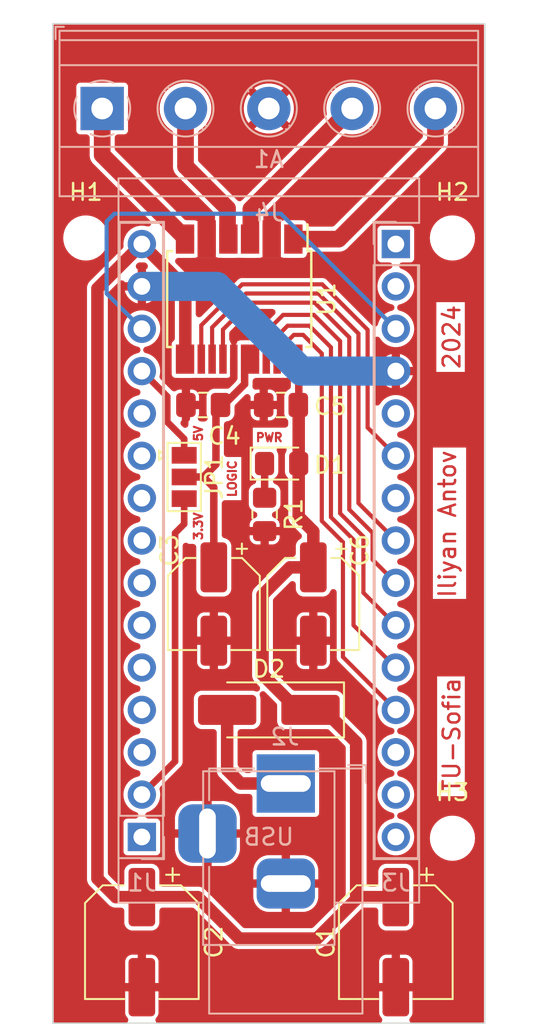
<source format=kicad_pcb>
(kicad_pcb (version 20221018) (generator pcbnew)
  (layers (0 "F.Cu" signal) (31 "B.Cu" signal) (34 "B.Paste" user) (35 "F.Paste" user) (36 "B.SilkS" user "B.Silkscreen") (37 "F.SilkS" user "F.Silkscreen") (38 "B.Mask" user) (39 "F.Mask" user) (44 "Edge.Cuts" user))
  (net 0 "")
  (net 2 "Net-(D1-K)")
  (net 3 "+12V")
  (net 4 "+5V")
  (net 5 "VCC")
  (net 6 "+3.3V")
  (net 7 "GND")
  (net 10 "Net-(A1-GND-Pad29)")
  (net 36 "/~D6")
  (net 37 "/~D5")
  (net 38 "Net-(D2-A)")
  (net 39 "/RX")
  (net 40 "/~{RESET}")
  (net 41 "/D2")
  (net 42 "/~D3")
  (net 43 "/D4")
  (net 44 "/D7")
  (net 45 "/D8")
  (net 46 "/~D9")
  (net 47 "/~D10")
  (net 48 "/D11")
  (net 49 "/D12")
  (net 50 "/D13")
  (net 51 "/AREF")
  (net 52 "/A0")
  (net 53 "/A1")
  (net 54 "/A2")
  (net 55 "/A3")
  (net 56 "/A4")
  (net 57 "/A5")
  (net 58 "/A6")
  (net 59 "/A7")
  (net 60 "/TX")
  (net 61 "/BO2")
  (net 62 "/BO1")
  (net 63 "/AO2")
  (net 64 "/AO1")
  (footprint "MountingHole:MountingHole_2.2mm_M2_ISO7380" (layer "F.Cu") (at 145 113.4)
    (fp_text reference "H3" (at 0 -2.75) (layer "F.SilkS"))
    (fp_text value "MountingHole")
    (pad "" np_thru_hole circle (at 0 0) (size 2.2 2.2) (drill 2.2) (layers "*.Cu" "*.Mask"))
  )
  (footprint "Capacitor_SMD:CP_Elec_6.3x5.8" (layer "F.Cu") (at 126.36276 119.634 -90)
    (fp_text reference "C2" (at 0 -4.32024 90) (layer "F.SilkS"))
    (fp_text value "47u")
    (fp_line (start -4.4375 -1.8475) (end -3.65 -1.8475) (stroke (width 0.12)) (layer "F.SilkS"))
    (fp_line (start -4.04375 -2.24125) (end -4.04375 -1.45375) (stroke (width 0.12)) (layer "F.SilkS"))
    (fp_line (start -3.41 -2.345563) (end -3.41 -1.06) (stroke (width 0.12)) (layer "F.SilkS"))
    (fp_line (start -3.41 -2.345563) (end -2.345563 -3.41) (stroke (width 0.12)) (layer "F.SilkS"))
    (fp_line (start -3.41 2.345563) (end -3.41 1.06) (stroke (width 0.12)) (layer "F.SilkS"))
    (fp_line (start -3.41 2.345563) (end -2.345563 3.41) (stroke (width 0.12)) (layer "F.SilkS"))
    (fp_line (start -2.345563 -3.41) (end 3.41 -3.41) (stroke (width 0.12)) (layer "F.SilkS"))
    (fp_line (start -2.345563 3.41) (end 3.41 3.41) (stroke (width 0.12)) (layer "F.SilkS"))
    (fp_line (start 3.41 -3.41) (end 3.41 -1.06) (stroke (width 0.12)) (layer "F.SilkS"))
    (fp_line (start 3.41 3.41) (end 3.41 1.06) (stroke (width 0.12)) (layer "F.SilkS"))
    (pad "1" smd roundrect (at -2.7 0 270) (size 3.5 1.6) (layers "F.Cu" "F.Paste" "F.Mask") (roundrect_rratio 0.15625) (net 3 "+12V"))
    (pad "2" smd roundrect (at 2.7 0 270) (size 3.5 1.6) (layers "F.Cu" "F.Paste" "F.Mask") (roundrect_rratio 0.15625) (net 7 "GND"))
  )
  (footprint "Resistor_SMD:R_0805_2012Metric_Pad1.20x1.40mm_HandSolder" (layer "F.Cu") (at 133.731 93.98 -90)
    (fp_text reference "R1" (at 0 -1.75 90) (layer "F.SilkS"))
    (fp_text value "4.7k")
    (fp_line (start -0.227064 -0.735) (end 0.227064 -0.735) (stroke (width 0.12)) (layer "F.SilkS"))
    (fp_line (start -0.227064 0.735) (end 0.227064 0.735) (stroke (width 0.12)) (layer "F.SilkS"))
    (pad "1" smd roundrect (at -1 0 270) (size 1.2 1.4) (layers "F.Cu" "F.Paste" "F.Mask") (roundrect_rratio 0.208333) (net 2 "Net-(D1-K)"))
    (pad "2" smd roundrect (at 1 0 270) (size 1.2 1.4) (layers "F.Cu" "F.Paste" "F.Mask") (roundrect_rratio 0.208333) (net 7 "GND"))
  )
  (footprint "Diode_SMD:D_SMA_Handsoldering" (layer "F.Cu") (at 133.98276 105.704 180)
    (fp_text reference "D2" (at -0.00224 2.453) (layer "F.SilkS"))
    (fp_text value "B340A-13-F")
    (fp_line (start -4.51 -1.65) (end -4.51 1.65) (stroke (width 0.12)) (layer "F.SilkS"))
    (fp_line (start -4.51 -1.65) (end 2.5 -1.65) (stroke (width 0.12)) (layer "F.SilkS"))
    (fp_line (start -4.51 1.65) (end 2.5 1.65) (stroke (width 0.12)) (layer "F.SilkS"))
    (pad "1" smd roundrect (at -2.5 0 180) (size 3.5 1.8) (layers "F.Cu" "F.Paste" "F.Mask") (roundrect_rratio 0.1388888889) (net 3 "+12V"))
    (pad "2" smd roundrect (at 2.5 0 180) (size 3.5 1.8) (layers "F.Cu" "F.Paste" "F.Mask") (roundrect_rratio 0.1388888889) (net 38 "Net-(D2-A)"))
  )
  (footprint "Capacitor_SMD:CP_Elec_6.3x5.8" (layer "F.Cu") (at 141.60276 119.634 -90)
    (fp_text reference "C1" (at 0 4.18876 90) (layer "F.SilkS"))
    (fp_text value "47u")
    (fp_line (start -4.4375 -1.8475) (end -3.65 -1.8475) (stroke (width 0.12)) (layer "F.SilkS"))
    (fp_line (start -4.04375 -2.24125) (end -4.04375 -1.45375) (stroke (width 0.12)) (layer "F.SilkS"))
    (fp_line (start -3.41 -2.345563) (end -3.41 -1.06) (stroke (width 0.12)) (layer "F.SilkS"))
    (fp_line (start -3.41 -2.345563) (end -2.345563 -3.41) (stroke (width 0.12)) (layer "F.SilkS"))
    (fp_line (start -3.41 2.345563) (end -3.41 1.06) (stroke (width 0.12)) (layer "F.SilkS"))
    (fp_line (start -3.41 2.345563) (end -2.345563 3.41) (stroke (width 0.12)) (layer "F.SilkS"))
    (fp_line (start -2.345563 -3.41) (end 3.41 -3.41) (stroke (width 0.12)) (layer "F.SilkS"))
    (fp_line (start -2.345563 3.41) (end 3.41 3.41) (stroke (width 0.12)) (layer "F.SilkS"))
    (fp_line (start 3.41 -3.41) (end 3.41 -1.06) (stroke (width 0.12)) (layer "F.SilkS"))
    (fp_line (start 3.41 3.41) (end 3.41 1.06) (stroke (width 0.12)) (layer "F.SilkS"))
    (pad "1" smd roundrect (at -2.7 0 270) (size 3.5 1.6) (layers "F.Cu" "F.Paste" "F.Mask") (roundrect_rratio 0.15625) (net 3 "+12V"))
    (pad "2" smd roundrect (at 2.7 0 270) (size 3.5 1.6) (layers "F.Cu" "F.Paste" "F.Mask") (roundrect_rratio 0.15625) (net 7 "GND"))
  )
  (footprint "Package_SO:SSOP-24_5.3x8.2mm_P0.65mm" (layer "F.Cu") (at 132.20476 81.066 -90)
    (fp_text reference "U1" (at 0 -5.25 90) (layer "F.SilkS"))
    (fp_text value "TB6612FNG")
    (fp_line (start -2.875 -4.325) (end -2.875 -4.1) (stroke (width 0.15)) (layer "F.SilkS"))
    (fp_line (start -2.875 -4.325) (end 2.875 -4.325) (stroke (width 0.15)) (layer "F.SilkS"))
    (fp_line (start -2.875 -4.1) (end -4.475 -4.1) (stroke (width 0.15)) (layer "F.SilkS"))
    (fp_line (start -2.875 4.325) (end -2.875 4.025) (stroke (width 0.15)) (layer "F.SilkS"))
    (fp_line (start -2.875 4.325) (end 2.875 4.325) (stroke (width 0.15)) (layer "F.SilkS"))
    (fp_line (start 2.875 -4.325) (end 2.875 -4.025) (stroke (width 0.15)) (layer "F.SilkS"))
    (fp_line (start 2.875 4.325) (end 2.875 4.025) (stroke (width 0.15)) (layer "F.SilkS"))
    (pad "1" smd rect (at -3.6 -3.575 270) (size 1.75 0.45) (layers "F.Cu" "F.Paste" "F.Mask") (net 64 "/AO1"))
    (pad "2" smd rect (at -3.6 -2.925 270) (size 1.75 0.45) (layers "F.Cu" "F.Paste" "F.Mask") (net 64 "/AO1"))
    (pad "3" smd rect (at -3.6 -2.275 270) (size 1.75 0.45) (layers "F.Cu" "F.Paste" "F.Mask") (net 7 "GND"))
    (pad "4" smd rect (at -3.6 -1.625 270) (size 1.75 0.45) (layers "F.Cu" "F.Paste" "F.Mask") (net 7 "GND"))
    (pad "5" smd rect (at -3.6 -0.975 270) (size 1.75 0.45) (layers "F.Cu" "F.Paste" "F.Mask") (net 63 "/AO2"))
    (pad "6" smd rect (at -3.6 -0.325 270) (size 1.75 0.45) (layers "F.Cu" "F.Paste" "F.Mask") (net 63 "/AO2"))
    (pad "7" smd rect (at -3.6 0.325 270) (size 1.75 0.45) (layers "F.Cu" "F.Paste" "F.Mask") (net 61 "/BO2"))
    (pad "8" smd rect (at -3.6 0.975 270) (size 1.75 0.45) (layers "F.Cu" "F.Paste" "F.Mask") (net 61 "/BO2"))
    (pad "9" smd rect (at -3.6 1.625 270) (size 1.75 0.45) (layers "F.Cu" "F.Paste" "F.Mask") (net 7 "GND"))
    (pad "10" smd rect (at -3.6 2.275 270) (size 1.75 0.45) (layers "F.Cu" "F.Paste" "F.Mask") (net 7 "GND"))
    (pad "11" smd rect (at -3.6 2.925 270) (size 1.75 0.45) (layers "F.Cu" "F.Paste" "F.Mask") (net 62 "/BO1"))
    (pad "12" smd rect (at -3.6 3.575 270) (size 1.75 0.45) (layers "F.Cu" "F.Paste" "F.Mask") (net 62 "/BO1"))
    (pad "13" smd rect (at 3.6 3.575 270) (size 1.75 0.45) (layers "F.Cu" "F.Paste" "F.Mask") (net 3 "+12V"))
    (pad "14" smd rect (at 3.6 2.925 270) (size 1.75 0.45) (layers "F.Cu" "F.Paste" "F.Mask") (net 3 "+12V"))
    (pad "15" smd rect (at 3.6 2.275 270) (size 1.75 0.45) (layers "F.Cu" "F.Paste" "F.Mask") (net 42 "/~D3"))
    (pad "16" smd rect (at 3.6 1.625 270) (size 1.75 0.45) (layers "F.Cu" "F.Paste" "F.Mask") (net 37 "/~D5"))
    (pad "17" smd rect (at 3.6 0.975 270) (size 1.75 0.45) (layers "F.Cu" "F.Paste" "F.Mask") (net 36 "/~D6"))
    (pad "18" smd rect (at 3.6 0.325 270) (size 1.75 0.45) (layers "F.Cu" "F.Paste" "F.Mask") (net 7 "GND"))
    (pad "19" smd rect (at 3.6 -0.325 270) (size 1.75 0.45) (layers "F.Cu" "F.Paste" "F.Mask") (net 5 "VCC"))
    (pad "20" smd rect (at 3.6 -0.975 270) (size 1.75 0.45) (layers "F.Cu" "F.Paste" "F.Mask") (net 5 "VCC"))
    (pad "21" smd rect (at 3.6 -1.625 270) (size 1.75 0.45) (layers "F.Cu" "F.Paste" "F.Mask") (net 44 "/D7"))
    (pad "22" smd rect (at 3.6 -2.275 270) (size 1.75 0.45) (layers "F.Cu" "F.Paste" "F.Mask") (net 45 "/D8"))
    (pad "23" smd rect (at 3.6 -2.925 270) (size 1.75 0.45) (layers "F.Cu" "F.Paste" "F.Mask") (net 46 "/~D9"))
    (pad "24" smd rect (at 3.6 -3.575 270) (size 1.75 0.45) (layers "F.Cu" "F.Paste" "F.Mask") (net 3 "+12V"))
  )
  (footprint "Capacitor_SMD:CP_Elec_5x5.4" (layer "F.Cu") (at 136.652 99.354 -90)
    (fp_text reference "C6" (at -3.215 -2.794 90) (layer "F.SilkS"))
    (fp_text value "10u")
    (fp_line (start -3.625 -1.685) (end -3 -1.685) (stroke (width 0.12)) (layer "F.SilkS"))
    (fp_line (start -3.3125 -1.9975) (end -3.3125 -1.3725) (stroke (width 0.12)) (layer "F.SilkS"))
    (fp_line (start -2.76 -1.695563) (end -2.76 -1.06) (stroke (width 0.12)) (layer "F.SilkS"))
    (fp_line (start -2.76 -1.695563) (end -1.695563 -2.76) (stroke (width 0.12)) (layer "F.SilkS"))
    (fp_line (start -2.76 1.695563) (end -2.76 1.06) (stroke (width 0.12)) (layer "F.SilkS"))
    (fp_line (start -2.76 1.695563) (end -1.695563 2.76) (stroke (width 0.12)) (layer "F.SilkS"))
    (fp_line (start -1.695563 -2.76) (end 2.76 -2.76) (stroke (width 0.12)) (layer "F.SilkS"))
    (fp_line (start -1.695563 2.76) (end 2.76 2.76) (stroke (width 0.12)) (layer "F.SilkS"))
    (fp_line (start 2.76 -2.76) (end 2.76 -1.06) (stroke (width 0.12)) (layer "F.SilkS"))
    (fp_line (start 2.76 2.76) (end 2.76 1.06) (stroke (width 0.12)) (layer "F.SilkS"))
    (pad "1" smd roundrect (at -2.2 0 270) (size 3 1.6) (layers "F.Cu" "F.Paste" "F.Mask") (roundrect_rratio 0.15625) (net 3 "+12V"))
    (pad "2" smd roundrect (at 2.2 0 270) (size 3 1.6) (layers "F.Cu" "F.Paste" "F.Mask") (roundrect_rratio 0.15625) (net 7 "GND"))
  )
  (footprint "MountingHole:MountingHole_2.2mm_M2_ISO7380" (layer "F.Cu") (at 123 77.4)
    (fp_text reference "H1" (at 0 -2.75) (layer "F.SilkS"))
    (fp_text value "MountingHole")
    (pad "" np_thru_hole circle (at 0 0) (size 2.2 2.2) (drill 2.2) (layers "*.Cu" "*.Mask"))
  )
  (footprint "Capacitor_SMD:CP_Elec_5x5.4" (layer "F.Cu") (at 130.68076 99.354 -90)
    (fp_text reference "C3" (at -3.215 2.66476 90) (layer "F.SilkS"))
    (fp_text value "10u")
    (fp_line (start -3.625 -1.685) (end -3 -1.685) (stroke (width 0.12)) (layer "F.SilkS"))
    (fp_line (start -3.3125 -1.9975) (end -3.3125 -1.3725) (stroke (width 0.12)) (layer "F.SilkS"))
    (fp_line (start -2.76 -1.695563) (end -2.76 -1.06) (stroke (width 0.12)) (layer "F.SilkS"))
    (fp_line (start -2.76 -1.695563) (end -1.695563 -2.76) (stroke (width 0.12)) (layer "F.SilkS"))
    (fp_line (start -2.76 1.695563) (end -2.76 1.06) (stroke (width 0.12)) (layer "F.SilkS"))
    (fp_line (start -2.76 1.695563) (end -1.695563 2.76) (stroke (width 0.12)) (layer "F.SilkS"))
    (fp_line (start -1.695563 -2.76) (end 2.76 -2.76) (stroke (width 0.12)) (layer "F.SilkS"))
    (fp_line (start -1.695563 2.76) (end 2.76 2.76) (stroke (width 0.12)) (layer "F.SilkS"))
    (fp_line (start 2.76 -2.76) (end 2.76 -1.06) (stroke (width 0.12)) (layer "F.SilkS"))
    (fp_line (start 2.76 2.76) (end 2.76 1.06) (stroke (width 0.12)) (layer "F.SilkS"))
    (pad "1" smd roundrect (at -2.2 0 270) (size 3 1.6) (layers "F.Cu" "F.Paste" "F.Mask") (roundrect_rratio 0.15625) (net 5 "VCC"))
    (pad "2" smd roundrect (at 2.2 0 270) (size 3 1.6) (layers "F.Cu" "F.Paste" "F.Mask") (roundrect_rratio 0.15625) (net 7 "GND"))
  )
  (footprint "Jumper:SolderJumper-3_P1.3mm_Open_Pad1.0x1.5mm" (layer "F.Cu") (at 128.90276 91.734 -90)
    (fp_text reference "JP1" (at 0 -1.8 90) (layer "F.SilkS"))
    (fp_text value "Solder jumper")
    (fp_line (start -2.05 -1) (end 2.05 -1) (stroke (width 0.12)) (layer "F.SilkS"))
    (fp_line (start -2.05 1) (end -2.05 -1) (stroke (width 0.12)) (layer "F.SilkS"))
    (fp_line (start -1.6 1.5) (end -1 1.5) (stroke (width 0.12)) (layer "F.SilkS"))
    (fp_line (start -1.3 1.2) (end -1.6 1.5) (stroke (width 0.12)) (layer "F.SilkS"))
    (fp_line (start -1.3 1.2) (end -1 1.5) (stroke (width 0.12)) (layer "F.SilkS"))
    (fp_line (start 2.05 -1) (end 2.05 1) (stroke (width 0.12)) (layer "F.SilkS"))
    (fp_line (start 2.05 1) (end -2.05 1) (stroke (width 0.12)) (layer "F.SilkS"))
    (pad "1" smd rect (at -1.3 0 270) (size 1 1.5) (layers "F.Cu" "F.Mask") (net 4 "+5V"))
    (pad "2" smd rect (at 0 0 270) (size 1 1.5) (layers "F.Cu" "F.Mask") (net 5 "VCC"))
    (pad "3" smd rect (at 1.3 0 270) (size 1 1.5) (layers "F.Cu" "F.Mask") (net 6 "+3.3V"))
  )
  (footprint "Capacitor_SMD:C_0805_2012Metric_Pad1.18x1.45mm_HandSolder" (layer "F.Cu") (at 134.7125 87.416 180)
    (fp_text reference "C5" (at -2.9555 -0.087) (layer "F.SilkS"))
    (fp_text value "100n")
    (fp_line (start -0.261252 -0.735) (end 0.261252 -0.735) (stroke (width 0.12)) (layer "F.SilkS"))
    (fp_line (start -0.261252 0.735) (end 0.261252 0.735) (stroke (width 0.12)) (layer "F.SilkS"))
    (pad "1" smd roundrect (at -1.0375 0 180) (size 1.175 1.45) (layers "F.Cu" "F.Paste" "F.Mask") (roundrect_rratio 0.212766) (net 3 "+12V"))
    (pad "2" smd roundrect (at 1.0375 0 180) (size 1.175 1.45) (layers "F.Cu" "F.Paste" "F.Mask") (roundrect_rratio 0.212766) (net 7 "GND"))
  )
  (footprint "LED_SMD:LED_0805_2012Metric_Pad1.15x1.40mm_HandSolder" (layer "F.Cu") (at 134.75 90.932)
    (fp_text reference "D1" (at 2.918 0.087) (layer "F.SilkS"))
    (fp_text value "GREEN")
    (fp_line (start -1.86 -0.96) (end -1.86 0.96) (stroke (width 0.12)) (layer "F.SilkS"))
    (fp_line (start -1.86 0.96) (end 1 0.96) (stroke (width 0.12)) (layer "F.SilkS"))
    (fp_line (start 1 -0.96) (end -1.86 -0.96) (stroke (width 0.12)) (layer "F.SilkS"))
    (pad "1" smd roundrect (at -1.025 0) (size 1.15 1.4) (layers "F.Cu" "F.Paste" "F.Mask") (roundrect_rratio 0.217391) (net 2 "Net-(D1-K)"))
    (pad "2" smd roundrect (at 1.025 0) (size 1.15 1.4) (layers "F.Cu" "F.Paste" "F.Mask") (roundrect_rratio 0.217391) (net 3 "+12V"))
  )
  (footprint "Capacitor_SMD:C_0805_2012Metric_Pad1.18x1.45mm_HandSolder" (layer "F.Cu") (at 130.04576 87.416 180)
    (fp_text reference "C4" (at -1.27224 -1.865) (layer "F.SilkS"))
    (fp_text value "100n")
    (fp_line (start -0.261252 -0.735) (end 0.261252 -0.735) (stroke (width 0.12)) (layer "F.SilkS"))
    (fp_line (start -0.261252 0.735) (end 0.261252 0.735) (stroke (width 0.12)) (layer "F.SilkS"))
    (pad "1" smd roundrect (at -1.0375 0 180) (size 1.175 1.45) (layers "F.Cu" "F.Paste" "F.Mask") (roundrect_rratio 0.212766) (net 5 "VCC"))
    (pad "2" smd roundrect (at 1.0375 0 180) (size 1.175 1.45) (layers "F.Cu" "F.Paste" "F.Mask") (roundrect_rratio 0.212766) (net 7 "GND"))
  )
  (footprint "MountingHole:MountingHole_2.2mm_M2_ISO7380" (layer "F.Cu") (at 145 77.4)
    (fp_text reference "H2" (at 0 -2.75) (layer "F.SilkS"))
    (fp_text value "MountingHole")
    (pad "" np_thru_hole circle (at 0 0) (size 2.2 2.2) (drill 2.2) (layers "*.Cu" "*.Mask"))
  )
  (footprint "Connector_PinSocket_2.54mm:PinSocket_1x15_P2.54mm_Vertical" (layer "B.Cu") (at 126.36276 113.324)
    (fp_text reference "J1" (at 0 2.754) (layer "B.SilkS") (effects (justify mirror)))
    (fp_text value "Arduino header 1")
    (fp_line (start -1.33 -36.89) (end 1.33 -36.89) (stroke (width 0.12)) (layer "B.SilkS"))
    (fp_line (start -1.33 -1.27) (end -1.33 -36.89) (stroke (width 0.12)) (layer "B.SilkS"))
    (fp_line (start -1.33 -1.27) (end 1.33 -1.27) (stroke (width 0.12)) (layer "B.SilkS"))
    (fp_line (start 0 1.33) (end 1.33 1.33) (stroke (width 0.12)) (layer "B.SilkS"))
    (fp_line (start 1.33 -1.27) (end 1.33 -36.89) (stroke (width 0.12)) (layer "B.SilkS"))
    (fp_line (start 1.33 1.33) (end 1.33 0) (stroke (width 0.12)) (layer "B.SilkS"))
    (pad "1" thru_hole rect (at 0 0) (size 1.7 1.7) (drill 1) (layers "*.Cu" "*.Mask") (net 50 "/D13"))
    (pad "2" thru_hole oval (at 0 -2.54) (size 1.7 1.7) (drill 1) (layers "*.Cu" "*.Mask") (net 6 "+3.3V"))
    (pad "3" thru_hole oval (at 0 -5.08) (size 1.7 1.7) (drill 1) (layers "*.Cu" "*.Mask") (net 51 "/AREF"))
    (pad "4" thru_hole oval (at 0 -7.62) (size 1.7 1.7) (drill 1) (layers "*.Cu" "*.Mask") (net 52 "/A0"))
    (pad "5" thru_hole oval (at 0 -10.16) (size 1.7 1.7) (drill 1) (layers "*.Cu" "*.Mask") (net 53 "/A1"))
    (pad "6" thru_hole oval (at 0 -12.7) (size 1.7 1.7) (drill 1) (layers "*.Cu" "*.Mask") (net 54 "/A2"))
    (pad "7" thru_hole oval (at 0 -15.24) (size 1.7 1.7) (drill 1) (layers "*.Cu" "*.Mask") (net 55 "/A3"))
    (pad "8" thru_hole oval (at 0 -17.78) (size 1.7 1.7) (drill 1) (layers "*.Cu" "*.Mask") (net 56 "/A4"))
    (pad "9" thru_hole oval (at 0 -20.32) (size 1.7 1.7) (drill 1) (layers "*.Cu" "*.Mask") (net 57 "/A5"))
    (pad "10" thru_hole oval (at 0 -22.86) (size 1.7 1.7) (drill 1) (layers "*.Cu" "*.Mask") (net 58 "/A6"))
    (pad "11" thru_hole oval (at 0 -25.4) (size 1.7 1.7) (drill 1) (layers "*.Cu" "*.Mask") (net 59 "/A7"))
    (pad "12" thru_hole oval (at 0 -27.94) (size 1.7 1.7) (drill 1) (layers "*.Cu" "*.Mask") (net 4 "+5V"))
    (pad "13" thru_hole oval (at 0 -30.48) (size 1.7 1.7) (drill 1) (layers "*.Cu" "*.Mask") (net 40 "/~{RESET}"))
    (pad "14" thru_hole oval (at 0 -33.02) (size 1.7 1.7) (drill 1) (layers "*.Cu" "*.Mask") (net 7 "GND"))
    (pad "15" thru_hole oval (at 0 -35.56) (size 1.7 1.7) (drill 1) (layers "*.Cu" "*.Mask") (net 3 "+12V"))
  )
  (footprint "TerminalBlock_Phoenix:TerminalBlock_Phoenix_MKDS-1,5-5_1x05_P5.00mm_Horizontal" (layer "B.Cu") (at 123.98276 69.636)
    (fp_text reference "J4" (at 10.00224 6.26) (layer "B.SilkS") (effects (justify mirror)))
    (fp_text value "Motors conn")
    (fp_line (start -2.8 -4.9) (end -2.3 -4.9) (stroke (width 0.12)) (layer "B.SilkS"))
    (fp_line (start -2.8 -4.16) (end -2.8 -4.9) (stroke (width 0.12)) (layer "B.SilkS"))
    (fp_line (start -2.56 -4.66) (end 22.56 -4.66) (stroke (width 0.12)) (layer "B.SilkS"))
    (fp_line (start -2.56 -4.1) (end 22.56 -4.1) (stroke (width 0.12)) (layer "B.SilkS"))
    (fp_line (start -2.56 -2.6) (end 22.56 -2.6) (stroke (width 0.12)) (layer "B.SilkS"))
    (fp_line (start -2.56 2.301) (end 22.56 2.301) (stroke (width 0.12)) (layer "B.SilkS"))
    (fp_line (start -2.56 5.261) (end -2.56 -4.66) (stroke (width 0.12)) (layer "B.SilkS"))
    (fp_line (start -2.56 5.261) (end 22.56 5.261) (stroke (width 0.12)) (layer "B.SilkS"))
    (fp_line (start 3.773 -1.023) (end 3.726 -1.069) (stroke (width 0.12)) (layer "B.SilkS"))
    (fp_line (start 3.966 -1.239) (end 3.931 -1.274) (stroke (width 0.12)) (layer "B.SilkS"))
    (fp_line (start 6.07 1.275) (end 6.035 1.239) (stroke (width 0.12)) (layer "B.SilkS"))
    (fp_line (start 6.275 1.069) (end 6.228 1.023) (stroke (width 0.12)) (layer "B.SilkS"))
    (fp_line (start 8.773 -1.023) (end 8.726 -1.069) (stroke (width 0.12)) (layer "B.SilkS"))
    (fp_line (start 8.966 -1.239) (end 8.931 -1.274) (stroke (width 0.12)) (layer "B.SilkS"))
    (fp_line (start 11.07 1.275) (end 11.035 1.239) (stroke (width 0.12)) (layer "B.SilkS"))
    (fp_line (start 11.275 1.069) (end 11.228 1.023) (stroke (width 0.12)) (layer "B.SilkS"))
    (fp_line (start 13.773 -1.023) (end 13.726 -1.069) (stroke (width 0.12)) (layer "B.SilkS"))
    (fp_line (start 13.966 -1.239) (end 13.931 -1.274) (stroke (width 0.12)) (layer "B.SilkS"))
    (fp_line (start 16.07 1.275) (end 16.035 1.239) (stroke (width 0.12)) (layer "B.SilkS"))
    (fp_line (start 16.275 1.069) (end 16.228 1.023) (stroke (width 0.12)) (layer "B.SilkS"))
    (fp_line (start 18.773 -1.023) (end 18.726 -1.069) (stroke (width 0.12)) (layer "B.SilkS"))
    (fp_line (start 18.966 -1.239) (end 18.931 -1.274) (stroke (width 0.12)) (layer "B.SilkS"))
    (fp_line (start 21.07 1.275) (end 21.035 1.239) (stroke (width 0.12)) (layer "B.SilkS"))
    (fp_line (start 21.275 1.069) (end 21.228 1.023) (stroke (width 0.12)) (layer "B.SilkS"))
    (fp_line (start 22.56 5.261) (end 22.56 -4.66) (stroke (width 0.12)) (layer "B.SilkS"))
    (fp_arc (start -1.535 0.684) (mid -1.680501 0.000524) (end -1.535427 -0.683042) (stroke (width 0.12)) (layer "B.SilkS"))
    (fp_arc (start -0.684 -1.535) (mid -0.335551 -1.646659) (end 0.028805 -1.680253) (stroke (width 0.12)) (layer "B.SilkS"))
    (fp_arc (start 0 -1.68) (mid 0.349292 -1.643288) (end 0.683318 -1.534756) (stroke (width 0.12)) (layer "B.SilkS"))
    (fp_arc (start 0.684 1.535) (mid 0.000524 1.680501) (end -0.683042 1.535427) (stroke (width 0.12)) (layer "B.SilkS"))
    (fp_arc (start 1.535 -0.684) (mid 1.6805 -0.000524) (end 1.535427 0.683042) (stroke (width 0.12)) (layer "B.SilkS"))
    (fp_circle (center 5 0) (end 6.68 0) (stroke (width 0.12)) (fill none) (layer "B.SilkS"))
    (fp_circle (center 10 0) (end 11.68 0) (stroke (width 0.12)) (fill none) (layer "B.SilkS"))
    (fp_circle (center 15 0) (end 16.68 0) (stroke (width 0.12)) (fill none) (layer "B.SilkS"))
    (fp_circle (center 20 0) (end 21.68 0) (stroke (width 0.12)) (fill none) (layer "B.SilkS"))
    (pad "1" thru_hole rect (at 0 0) (size 2.6 2.6) (drill 1.3) (layers "*.Cu" "*.Mask") (net 62 "/BO1"))
    (pad "2" thru_hole circle (at 5 0) (size 2.6 2.6) (drill 1.3) (layers "*.Cu" "*.Mask") (net 61 "/BO2"))
    (pad "3" thru_hole circle (at 10 0) (size 2.6 2.6) (drill 1.3) (layers "*.Cu" "*.Mask") (net 7 "GND"))
    (pad "4" thru_hole circle (at 15 0) (size 2.6 2.6) (drill 1.3) (layers "*.Cu" "*.Mask") (net 63 "/AO2"))
    (pad "5" thru_hole circle (at 20 0) (size 2.6 2.6) (drill 1.3) (layers "*.Cu" "*.Mask") (net 64 "/AO1"))
  )
  (footprint "Module:Arduino_Nano" (layer "B.Cu") (at 141.60276 77.764 180)
    (fp_text reference "A1" (at 7.62 5.08) (layer "B.SilkS") (effects (justify mirror)))
    (fp_text value "Arduino_Nano_Every")
    (fp_text user "USB" (at 7.62 -35.56 unlocked) (layer "B.SilkS") (effects (justify mirror)))
    (fp_line (start -1.4 -39.5) (end 3.68 -39.5) (stroke (width 0.12)) (layer "B.SilkS"))
    (fp_line (start -1.4 -1.27) (end -1.4 -39.5) (stroke (width 0.12)) (layer "B.SilkS"))
    (fp_line (start -1.4 3.94) (end -1.4 1.27) (stroke (width 0.12)) (layer "B.SilkS"))
    (fp_line (start 1.27 -36.83) (end -1.4 -36.83) (stroke (width 0.12)) (layer "B.SilkS"))
    (fp_line (start 1.27 -1.27) (end -1.4 -1.27) (stroke (width 0.12)) (layer "B.SilkS"))
    (fp_line (start 1.27 -1.27) (end 1.27 -36.83) (stroke (width 0.12)) (layer "B.SilkS"))
    (fp_line (start 1.27 -1.27) (end 1.27 1.27) (stroke (width 0.12)) (layer "B.SilkS"))
    (fp_line (start 1.27 1.27) (end -1.4 1.27) (stroke (width 0.12)) (layer "B.SilkS"))
    (fp_line (start 3.68 -42.04) (end 3.68 -31.62) (stroke (width 0.12)) (layer "B.SilkS"))
    (fp_line (start 3.68 -31.62) (end 11.56 -31.62) (stroke (width 0.12)) (layer "B.SilkS"))
    (fp_line (start 11.56 -42.04) (end 3.68 -42.04) (stroke (width 0.12)) (layer "B.SilkS"))
    (fp_line (start 11.56 -31.62) (end 11.56 -42.04) (stroke (width 0.12)) (layer "B.SilkS"))
    (fp_line (start 13.97 -36.83) (end 16.64 -36.83) (stroke (width 0.12)) (layer "B.SilkS"))
    (fp_line (start 13.97 1.27) (end 13.97 -36.83) (stroke (width 0.12)) (layer "B.SilkS"))
    (fp_line (start 13.97 1.27) (end 16.64 1.27) (stroke (width 0.12)) (layer "B.SilkS"))
    (fp_line (start 16.64 -39.5) (end 11.56 -39.5) (stroke (width 0.12)) (layer "B.SilkS"))
    (fp_line (start 16.64 -39.5) (end 16.64 3.94) (stroke (width 0.12)) (layer "B.SilkS"))
    (fp_line (start 16.64 3.94) (end -1.4 3.94) (stroke (width 0.12)) (layer "B.SilkS"))
    (pad "1" thru_hole rect (at 0 0 180) (size 1.6 1.6) (drill 1) (layers "*.Cu" "*.Mask"))
    (pad "2" thru_hole oval (at 0 -2.54 180) (size 1.6 1.6) (drill 1) (layers "*.Cu" "*.Mask"))
    (pad "3" thru_hole oval (at 0 -5.08 180) (size 1.6 1.6) (drill 1) (layers "*.Cu" "*.Mask"))
    (pad "4" thru_hole oval (at 0 -7.62 180) (size 1.6 1.6) (drill 1) (layers "*.Cu" "*.Mask") (net 10 "Net-(A1-GND-Pad29)"))
    (pad "5" thru_hole oval (at 0 -10.16 180) (size 1.6 1.6) (drill 1) (layers "*.Cu" "*.Mask"))
    (pad "6" thru_hole oval (at 0 -12.7 180) (size 1.6 1.6) (drill 1) (layers "*.Cu" "*.Mask"))
    (pad "7" thru_hole oval (at 0 -15.24 180) (size 1.6 1.6) (drill 1) (layers "*.Cu" "*.Mask"))
    (pad "8" thru_hole oval (at 0 -17.78 180) (size 1.6 1.6) (drill 1) (layers "*.Cu" "*.Mask"))
    (pad "9" thru_hole oval (at 0 -20.32 180) (size 1.6 1.6) (drill 1) (layers "*.Cu" "*.Mask"))
    (pad "10" thru_hole oval (at 0 -22.86 180) (size 1.6 1.6) (drill 1) (layers "*.Cu" "*.Mask"))
    (pad "11" thru_hole oval (at 0 -25.4 180) (size 1.6 1.6) (drill 1) (layers "*.Cu" "*.Mask"))
    (pad "12" thru_hole oval (at 0 -27.94 180) (size 1.6 1.6) (drill 1) (layers "*.Cu" "*.Mask"))
    (pad "13" thru_hole oval (at 0 -30.48 180) (size 1.6 1.6) (drill 1) (layers "*.Cu" "*.Mask"))
    (pad "14" thru_hole oval (at 0 -33.02 180) (size 1.6 1.6) (drill 1) (layers "*.Cu" "*.Mask"))
    (pad "15" thru_hole oval (at 0 -35.56 180) (size 1.6 1.6) (drill 1) (layers "*.Cu" "*.Mask"))
    (pad "16" thru_hole oval (at 15.24 -35.56 180) (size 1.6 1.6) (drill 1) (layers "*.Cu" "*.Mask"))
    (pad "17" thru_hole oval (at 15.24 -33.02 180) (size 1.6 1.6) (drill 1) (layers "*.Cu" "*.Mask"))
    (pad "18" thru_hole oval (at 15.24 -30.48 180) (size 1.6 1.6) (drill 1) (layers "*.Cu" "*.Mask"))
    (pad "19" thru_hole oval (at 15.24 -27.94 180) (size 1.6 1.6) (drill 1) (layers "*.Cu" "*.Mask"))
    (pad "20" thru_hole oval (at 15.24 -25.4 180) (size 1.6 1.6) (drill 1) (layers "*.Cu" "*.Mask"))
    (pad "21" thru_hole oval (at 15.24 -22.86 180) (size 1.6 1.6) (drill 1) (layers "*.Cu" "*.Mask"))
    (pad "22" thru_hole oval (at 15.24 -20.32 180) (size 1.6 1.6) (drill 1) (layers "*.Cu" "*.Mask"))
    (pad "23" thru_hole oval (at 15.24 -17.78 180) (size 1.6 1.6) (drill 1) (layers "*.Cu" "*.Mask"))
    (pad "24" thru_hole oval (at 15.24 -15.24 180) (size 1.6 1.6) (drill 1) (layers "*.Cu" "*.Mask"))
    (pad "25" thru_hole oval (at 15.24 -12.7 180) (size 1.6 1.6) (drill 1) (layers "*.Cu" "*.Mask"))
    (pad "26" thru_hole oval (at 15.24 -10.16 180) (size 1.6 1.6) (drill 1) (layers "*.Cu" "*.Mask"))
    (pad "27" thru_hole oval (at 15.24 -7.62 180) (size 1.6 1.6) (drill 1) (layers "*.Cu" "*.Mask"))
    (pad "28" thru_hole oval (at 15.24 -5.08 180) (size 1.6 1.6) (drill 1) (layers "*.Cu" "*.Mask"))
    (pad "29" thru_hole oval (at 15.24 -2.54 180) (size 1.6 1.6) (drill 1) (layers "*.Cu" "*.Mask") (net 10 "Net-(A1-GND-Pad29)"))
    (pad "30" thru_hole oval (at 15.24 0 180) (size 1.6 1.6) (drill 1) (layers "*.Cu" "*.Mask"))
  )
  (footprint "Connector_PinSocket_2.54mm:PinSocket_1x15_P2.54mm_Vertical" (layer "B.Cu") (at 141.60276 77.764 180)
    (fp_text reference "J3" (at -0.00224 -38.314) (layer "B.SilkS") (effects (justify mirror)))
    (fp_text value "Arduino header 2")
    (fp_line (start -1.33 -36.89) (end 1.33 -36.89) (stroke (width 0.12)) (layer "B.SilkS"))
    (fp_line (start -1.33 -1.27) (end -1.33 -36.89) (stroke (width 0.12)) (layer "B.SilkS"))
    (fp_line (start -1.33 -1.27) (end 1.33 -1.27) (stroke (width 0.12)) (layer "B.SilkS"))
    (fp_line (start 0 1.33) (end 1.33 1.33) (stroke (width 0.12)) (layer "B.SilkS"))
    (fp_line (start 1.33 -1.27) (end 1.33 -36.89) (stroke (width 0.12)) (layer "B.SilkS"))
    (fp_line (start 1.33 1.33) (end 1.33 0) (stroke (width 0.12)) (layer "B.SilkS"))
    (pad "1" thru_hole rect (at 0 0 180) (size 1.7 1.7) (drill 1) (layers "*.Cu" "*.Mask") (net 60 "/TX"))
    (pad "2" thru_hole oval (at 0 -2.54 180) (size 1.7 1.7) (drill 1) (layers "*.Cu" "*.Mask") (net 39 "/RX"))
    (pad "3" thru_hole oval (at 0 -5.08 180) (size 1.7 1.7) (drill 1) (layers "*.Cu" "*.Mask") (net 40 "/~{RESET}"))
    (pad "4" thru_hole oval (at 0 -7.62 180) (size 1.7 1.7) (drill 1) (layers "*.Cu" "*.Mask") (net 7 "GND"))
    (pad "5" thru_hole oval (at 0 -10.16 180) (size 1.7 1.7) (drill 1) (layers "*.Cu" "*.Mask") (net 41 "/D2"))
    (pad "6" thru_hole oval (at 0 -12.7 180) (size 1.7 1.7) (drill 1) (layers "*.Cu" "*.Mask") (net 42 "/~D3"))
    (pad "7" thru_hole oval (at 0 -15.24 180) (size 1.7 1.7) (drill 1) (layers "*.Cu" "*.Mask") (net 43 "/D4"))
    (pad "8" thru_hole oval (at 0 -17.78 180) (size 1.7 1.7) (drill 1) (layers "*.Cu" "*.Mask") (net 37 "/~D5"))
    (pad "9" thru_hole oval (at 0 -20.32 180) (size 1.7 1.7) (drill 1) (layers "*.Cu" "*.Mask") (net 36 "/~D6"))
    (pad "10" thru_hole oval (at 0 -22.86 180) (size 1.7 1.7) (drill 1) (layers "*.Cu" "*.Mask") (net 44 "/D7"))
    (pad "11" thru_hole oval (at 0 -25.4 180) (size 1.7 1.7) (drill 1) (layers "*.Cu" "*.Mask") (net 45 "/D8"))
    (pad "12" thru_hole oval (at 0 -27.94 180) (size 1.7 1.7) (drill 1) (layers "*.Cu" "*.Mask") (net 46 "/~D9"))
    (pad "13" thru_hole oval (at 0 -30.48 180) (size 1.7 1.7) (drill 1) (layers "*.Cu" "*.Mask") (net 47 "/~D10"))
    (pad "14" thru_hole oval (at 0 -33.02 180) (size 1.7 1.7) (drill 1) (layers "*.Cu" "*.Mask") (net 48 "/D11"))
    (pad "15" thru_hole oval (at 0 -35.56 180) (size 1.7 1.7) (drill 1) (layers "*.Cu" "*.Mask") (net 49 "/D12"))
  )
  (footprint "Connector_BarrelJack:BarrelJack_Horizontal" (layer "B.Cu") (at 135.001 110.118 90)
    (fp_text reference "J2" (at 2.803 -0.05076 180) (layer "B.SilkS") (effects (justify mirror)))
    (fp_text value "DC jack")
    (fp_line (start -13.8 -4.6) (end -13.8 4.6) (stroke (width 0.12)) (layer "B.SilkS"))
    (fp_line (start -13.8 4.6) (end 0.9 4.6) (stroke (width 0.12)) (layer "B.SilkS"))
    (fp_line (start -5 -4.6) (end -13.8 -4.6) (stroke (width 0.12)) (layer "B.SilkS"))
    (fp_line (start 0.05 4.8) (end 1.1 4.8) (stroke (width 0.12)) (layer "B.SilkS"))
    (fp_line (start 0.9 -4.6) (end -1 -4.6) (stroke (width 0.12)) (layer "B.SilkS"))
    (fp_line (start 0.9 -1.9) (end 0.9 -4.6) (stroke (width 0.12)) (layer "B.SilkS"))
    (fp_line (start 0.9 4.6) (end 0.9 2) (stroke (width 0.12)) (layer "B.SilkS"))
    (fp_line (start 1.1 3.75) (end 1.1 4.8) (stroke (width 0.12)) (layer "B.SilkS"))
    (pad "1" thru_hole rect (at 0 0 90) (size 3.5 3.5) (drill oval 1 3) (layers "*.Cu" "*.Mask") (net 38 "Net-(D2-A)"))
    (pad "2" thru_hole roundrect (at -6 0 90) (size 3 3.5) (drill oval 1 3) (layers "*.Cu" "*.Mask") (net 7 "GND"))
    (pad "3" thru_hole roundrect (at -3 -4.7 90) (size 3.5 3.5) (drill oval 3 1) (layers "*.Cu" "*.Mask") (net 7 "GND"))
  )
  (gr_rect (start 121.02876 64.556) (end 146.93676 124.5) (stroke (width 0.1)) (fill none) (layer "Edge.Cuts"))
  (gr_text "PWR" (at 134.874 89.662) (layer "F.Cu") (effects (font (size 0.5 0.5) (thickness 0.125) bold) (justify right bottom)))
  (gr_text "3.3V" (at 130.047999 93.799879 90) (layer "F.Cu") (effects (font (size 0.5 0.5) (thickness 0.125) bold) (justify right bottom)))
  (gr_text "5V" (at 130.048 89.662 90) (layer "F.Cu") (effects (font (size 0.5 0.5) (thickness 0.125) bold) (justify left bottom)))
  (gr_text "LOGIC" (at 132.08 90.678 90) (layer "F.Cu") (effects (font (size 0.5 0.5) (thickness 0.125) bold) (justify right bottom)))
  (gr_text "TU-Sofia" (at 145.542 110.744 90) (layer "F.Cu") (effects (font (size 1 1)) (justify left bottom)))
  (gr_text "Iliyan Antov" (at 145.288 99.06 90) (layer "F.Cu") (effects (font (size 1 1)) (justify left bottom)))
  (gr_text "2024" (at 145.542 85.344 90) (layer "F.Cu") (effects (font (size 1 1)) (justify left bottom)))
  (segment (start 133.731 92.98) (end 133.731 90.938) (width 0.45) (layer "F.Cu") (net 2))
  (segment (start 133.731 90.938) (end 133.725 90.932) (width 0.45) (layer "F.Cu") (net 2))
  (segment (start 135.775 89.956) (end 135.775 94.119) (width 0.75) (layer "F.Cu") (net 3))
  (segment (start 129.71876 116.934) (end 132.20476 119.42) (width 0.75) (layer "F.Cu") (net 3))
  (segment (start 133.604 103.58962) (end 135.71838 105.704) (width 0.75) (layer "F.Cu") (net 3))
  (segment (start 132.20476 119.42) (end 136.866 119.42) (width 0.75) (layer "F.Cu") (net 3))
  (segment (start 126.36276 77.764) (end 123.698 80.42876) (width 0.75) (layer "F.Cu") (net 3))
  (segment (start 136.48276 105.704) (end 137.28476 105.704) (width 0.75) (layer "F.Cu") (net 3))
  (segment (start 139.22276 116.72) (end 139.43676 116.934) (width 0.75) (layer "F.Cu") (net 3))
  (segment (start 123.698 115.824) (end 124.808 116.934) (width 0.75) (layer "F.Cu") (net 3))
  (segment (start 133.604 98.806) (end 133.604 103.58962) (width 0.75) (layer "F.Cu") (net 3))
  (segment (start 135.77976 84.666) (end 135.77976 87.38624) (width 0.45) (layer "F.Cu") (net 3))
  (segment (start 124.808 116.934) (end 126.36276 116.934) (width 0.75) (layer "F.Cu") (net 3))
  (segment (start 139.22276 107.642) (end 139.22276 116.72) (width 0.75) (layer "F.Cu") (net 3))
  (segment (start 136.652 97.154) (end 135.256 97.154) (width 0.75) (layer "F.Cu") (net 3))
  (segment (start 128.969686 80.370926) (end 128.969686 85.09) (width 0.75) (layer "F.Cu") (net 3))
  (segment (start 135.775 87.441) (end 135.75 87.416) (width 0.45) (layer "F.Cu") (net 3))
  (segment (start 135.775 89.956) (end 135.775 87.441) (width 0.75) (layer "F.Cu") (net 3))
  (segment (start 135.77976 87.38624) (end 135.75 87.416) (width 0.45) (layer "F.Cu") (net 3))
  (segment (start 135.775 94.119) (end 136.652 94.996) (width 0.75) (layer "F.Cu") (net 3))
  (segment (start 139.43676 116.934) (end 141.60276 116.934) (width 0.75) (layer "F.Cu") (net 3))
  (segment (start 135.71838 105.704) (end 136.48276 105.704) (width 0.75) (layer "F.Cu") (net 3))
  (segment (start 136.866 119.42) (end 139.22276 117.06324) (width 0.75) (layer "F.Cu") (net 3))
  (segment (start 135.256 97.154) (end 133.604 98.806) (width 0.75) (layer "F.Cu") (net 3))
  (segment (start 139.22276 117.06324) (end 139.22276 116.72) (width 0.75) (layer "F.Cu") (net 3))
  (segment (start 136.652 94.996) (end 136.652 97.154) (width 0.75) (layer "F.Cu") (net 3))
  (segment (start 137.28476 105.704) (end 139.22276 107.642) (width 0.75) (layer "F.Cu") (net 3))
  (segment (start 126.36276 77.764) (end 128.969686 80.370926) (width 0.75) (layer "F.Cu") (net 3))
  (segment (start 126.36276 116.934) (end 129.71876 116.934) (width 0.75) (layer "F.Cu") (net 3))
  (segment (start 123.698 80.42876) (end 123.698 115.824) (width 0.75) (layer "F.Cu") (net 3))
  (segment (start 127.88676 88.432) (end 127.88676 86.908) (width 0.4) (layer "F.Cu") (net 4))
  (segment (start 127.88676 86.908) (end 126.36276 85.384) (width 0.4) (layer "F.Cu") (net 4))
  (segment (start 128.90276 89.448) (end 127.88676 88.432) (width 0.4) (layer "F.Cu") (net 4))
  (segment (start 128.90276 90.434) (end 128.90276 89.448) (width 0.4) (layer "F.Cu") (net 4))
  (segment (start 130.68076 92.362) (end 130.05276 91.734) (width 0.45) (layer "F.Cu") (net 5))
  (segment (start 131.08326 87.416) (end 130.81 87.68926) (width 0.45) (layer "F.Cu") (net 5))
  (segment (start 131.21026 87.416) (end 131.278 87.416) (width 0.45) (layer "F.Cu") (net 5))
  (segment (start 130.68076 97.154) (end 130.68076 92.362) (width 0.45) (layer "F.Cu") (net 5))
  (segment (start 132.52976 86.16424) (end 132.52976 84.716) (width 0.45) (layer "F.Cu") (net 5))
  (segment (start 130.05276 91.734) (end 128.90276 91.734) (width 0.45) (layer "F.Cu") (net 5))
  (segment (start 130.81 87.68926) (end 130.81 90.97676) (width 0.45) (layer "F.Cu") (net 5))
  (segment (start 130.81 90.97676) (end 130.05276 91.734) (width 0.45) (layer "F.Cu") (net 5))
  (segment (start 131.278 87.416) (end 132.52976 86.16424) (width 0.45) (layer "F.Cu") (net 5))
  (segment (start 128.90276 94.55374) (end 128.35701 95.09949) (width 0.4) (layer "F.Cu") (net 6))
  (segment (start 128.90276 93.034) (end 128.90276 94.55374) (width 0.4) (layer "F.Cu") (net 6))
  (segment (start 128.35701 95.09949) (end 128.35701 108.78975) (width 0.4) (layer "F.Cu") (net 6))
  (segment (start 128.35701 108.78975) (end 126.36276 110.784) (width 0.4) (layer "F.Cu") (net 6))
  (segment (start 131.87976 84.666) (end 131.87976 85.79824) (width 0.45) (layer "F.Cu") (net 7))
  (segment (start 131.87976 85.79824) (end 131.572 86.106) (width 0.45) (layer "F.Cu") (net 7))
  (segment (start 130.85 80.304) (end 135.93 85.384) (width 1.75) (layer "B.Cu") (net 7))
  (segment (start 126.36276 80.304) (end 130.85 80.304) (width 1.75) (layer "B.Cu") (net 7))
  (segment (start 135.93 85.384) (end 141.60276 85.384) (width 1.75) (layer "B.Cu") (net 7))
  (segment (start 140.208 95.087175) (end 138.81 93.689175) (width 0.25) (layer "F.Cu") (net 36))
  (segment (start 132.842 81.28) (end 131.22976 82.89224) (width 0.25) (layer "F.Cu") (net 36))
  (segment (start 138.81 83.361706) (end 136.728294 81.28) (width 0.25) (layer "F.Cu") (net 36))
  (segment (start 140.208 96.68924) (end 140.208 95.087175) (width 0.25) (layer "F.Cu") (net 36))
  (segment (start 141.60276 98.084) (end 140.208 96.68924) (width 0.25) (layer "F.Cu") (net 36))
  (segment (start 138.81 93.689175) (end 138.81 83.361706) (width 0.25) (layer "F.Cu") (net 36))
  (segment (start 136.728294 81.28) (end 132.842 81.28) (width 0.25) (layer "F.Cu") (net 36))
  (segment (start 131.22976 82.89224) (end 131.22976 84.666) (width 0.25) (layer "F.Cu") (net 36))
  (segment (start 132.614183 80.73) (end 136.956112 80.73) (width 0.25) (layer "F.Cu") (net 37))
  (segment (start 130.57976 84.666) (end 130.57976 82.764423) (width 0.25) (layer "F.Cu") (net 37))
  (segment (start 136.956112 80.73) (end 139.36 83.133888) (width 0.25) (layer "F.Cu") (net 37))
  (segment (start 130.57976 82.764423) (end 132.614183 80.73) (width 0.25) (layer "F.Cu") (net 37))
  (segment (start 139.36 93.30124) (end 141.60276 95.544) (width 0.25) (layer "F.Cu") (net 37))
  (segment (start 139.36 83.133888) (end 139.36 93.30124) (width 0.25) (layer "F.Cu") (net 37))
  (segment (start 135.001 110.118) (end 132.30076 110.118) (width 0.75) (layer "F.Cu") (net 38))
  (segment (start 131.48276 109.3) (end 131.48276 105.704) (width 0.75) (layer "F.Cu") (net 38))
  (segment (start 132.30076 110.118) (end 131.48276 109.3) (width 0.75) (layer "F.Cu") (net 38))
  (segment (start 134.70476 75.946) (end 141.60276 82.844) (width 0.25) (layer "B.Cu") (net 40))
  (segment (start 126.36276 82.844) (end 124.25 80.73124) (width 0.25) (layer "B.Cu") (net 40))
  (segment (start 124.714 75.946) (end 134.70476 75.946) (width 0.25) (layer "B.Cu") (net 40))
  (segment (start 124.25 76.41) (end 124.714 75.946) (width 0.25) (layer "B.Cu") (net 40))
  (segment (start 124.25 80.73124) (end 124.25 76.41) (width 0.25) (layer "B.Cu") (net 40))
  (segment (start 137.18393 80.18) (end 132.386365 80.18) (width 0.25) (layer "F.Cu") (net 42))
  (segment (start 141.60276 90.464) (end 139.91 88.77124) (width 0.25) (layer "F.Cu") (net 42))
  (segment (start 139.91 82.90607) (end 137.18393 80.18) (width 0.25) (layer "F.Cu") (net 42))
  (segment (start 129.92976 82.636605) (end 129.92976 84.666) (width 0.25) (layer "F.Cu") (net 42))
  (segment (start 139.91 88.77124) (end 139.91 82.90607) (width 0.25) (layer "F.Cu") (net 42))
  (segment (start 132.386365 80.18) (end 129.92976 82.636605) (width 0.25) (layer "F.Cu") (net 42))
  (segment (start 139.658 98.67924) (end 139.658 95.314993) (width 0.25) (layer "F.Cu") (net 44))
  (segment (start 134.843524 82.012) (end 133.82976 83.025764) (width 0.25) (layer "F.Cu") (net 44))
  (segment (start 133.82976 83.025764) (end 133.82976 84.666) (width 0.25) (layer "F.Cu") (net 44))
  (segment (start 138.26 83.589524) (end 136.682476 82.012) (width 0.25) (layer "F.Cu") (net 44))
  (segment (start 141.60276 100.624) (end 139.658 98.67924) (width 0.25) (layer "F.Cu") (net 44))
  (segment (start 139.658 95.314993) (end 138.26 93.916993) (width 0.25) (layer "F.Cu") (net 44))
  (segment (start 136.682476 82.012) (end 134.843524 82.012) (width 0.25) (layer "F.Cu") (net 44))
  (segment (start 138.26 93.916993) (end 138.26 83.589524) (width 0.25) (layer "F.Cu") (net 44))
  (segment (start 137.71 94.144811) (end 139.065 95.499811) (width 0.25) (layer "F.Cu") (net 45))
  (segment (start 137.71 83.958762) (end 137.71 94.144811) (width 0.25) (layer "F.Cu") (net 45))
  (segment (start 135.112762 82.662) (end 136.413238 82.662) (width 0.25) (layer "F.Cu") (net 45))
  (segment (start 139.065 100.62624) (end 141.60276 103.164) (width 0.25) (layer "F.Cu") (net 45))
  (segment (start 136.413238 82.662) (end 137.71 83.958762) (width 0.25) (layer "F.Cu") (net 45))
  (segment (start 134.47976 83.295002) (end 135.112762 82.662) (width 0.25) (layer "F.Cu") (net 45))
  (segment (start 139.065 95.499811) (end 139.065 100.62624) (width 0.25) (layer "F.Cu") (net 45))
  (segment (start 134.47976 84.666) (end 134.47976 83.295002) (width 0.25) (layer "F.Cu") (net 45))
  (segment (start 137.16 84.328) (end 137.16 94.372629) (width 0.25) (layer "F.Cu") (net 46))
  (segment (start 137.16 94.372629) (end 138.43 95.642629) (width 0.25) (layer "F.Cu") (net 46))
  (segment (start 136.044 83.212) (end 137.16 84.328) (width 0.25) (layer "F.Cu") (net 46))
  (segment (start 135.12976 83.56424) (end 135.482 83.212) (width 0.25) (layer "F.Cu") (net 46))
  (segment (start 138.43 102.53124) (end 141.60276 105.704) (width 0.25) (layer "F.Cu") (net 46))
  (segment (start 138.43 95.642629) (end 138.43 102.53124) (width 0.25) (layer "F.Cu") (net 46))
  (segment (start 135.482 83.212) (end 136.044 83.212) (width 0.25) (layer "F.Cu") (net 46))
  (segment (start 135.12976 84.666) (end 135.12976 83.56424) (width 0.25) (layer "F.Cu") (net 46))
  (segment (start 128.98276 69.636) (end 128.98276 73.10276) (width 1) (layer "F.Cu") (net 61))
  (segment (start 128.98276 73.10276) (end 131.50476 75.62476) (width 1) (layer "F.Cu") (net 61))
  (segment (start 131.50476 75.62476) (end 131.50476 77.466) (width 1) (layer "F.Cu") (net 61))
  (segment (start 123.98276 69.636) (end 123.992 69.636) (width 1) (layer "F.Cu") (net 62))
  (segment (start 129.00476 77.44276) (end 129.00476 77.466) (width 1) (layer "F.Cu") (net 62))
  (segment (start 123.98276 69.636) (end 123.98276 72.42076) (width 1) (layer "F.Cu") (net 62))
  (segment (start 123.98276 72.42076) (end 129.00476 77.44276) (width 1) (layer "F.Cu") (net 62))
  (segment (start 132.90476 75.67162) (end 132.90476 77.466) (width 1) (layer "F.Cu") (net 63))
  (segment (start 138.94038 69.636) (end 132.90476 75.67162) (width 1) (layer "F.Cu") (net 63))
  (segment (start 138.98276 69.636) (end 138.94038 69.636) (width 1) (layer "F.Cu") (net 63))
  (segment (start 143.98276 71.66324) (end 143.98276 69.636) (width 1) (layer "F.Cu") (net 64))
  (segment (start 135.636 77.47) (end 138.176 77.47) (width 1) (layer "F.Cu") (net 64))
  (segment (start 138.176 77.47) (end 143.98276 71.66324) (width 1) (layer "F.Cu") (net 64))
  (zone (net 64) (net_name "/AO1") (layer "F.Cu") (priority 5) (connect_pads yes (clearance 0.2)) (min_thickness 0.4) (fill yes (thermal_gap 0.2) (thermal_bridge_width 0.5))
    (polygon (pts (xy 134.90476 76.591) (xy 136.00476 76.591) (xy 136.00476 78.341) (xy 134.90476 78.341)))
  )
  (zone (net 5) (net_name "VCC") (layer "F.Cu") (priority 1) (connect_pads yes (clearance 0.2)) (min_thickness 0.4) (fill yes (thermal_gap 0) (thermal_bridge_width 1.75))
    (polygon (pts (xy 132.30476 83.791) (xy 133.40476 83.791) (xy 133.40476 85.541) (xy 132.30476 85.541)))
  )
  (zone (net 7) (net_name "GND") (layer "F.Cu") (priority 3) (connect_pads yes (clearance 0.2)) (min_thickness 0.4) (fill yes (thermal_gap 0.2) (thermal_bridge_width 0.5))
    (polygon (pts (xy 129.70476 76.337) (xy 130.80476 76.337) (xy 130.80476 78.595) (xy 129.70476 78.595) (xy 129.70476 76.591)))
  )
  (zone (net 63) (net_name "/AO2") (layer "F.Cu") (priority 6) (connect_pads yes (clearance 0.2)) (min_thickness 0.4) (fill yes (thermal_gap 0.2) (thermal_bridge_width 0.5))
    (polygon (pts (xy 132.30476 76.591) (xy 133.40476 76.591) (xy 133.40476 78.341) (xy 132.30476 78.341)))
  )
  (zone (net 62) (net_name "/BO1") (layer "F.Cu") (priority 8) (connect_pads yes (clearance 0.2)) (min_thickness 0.4) (fill yes (thermal_gap 0.2) (thermal_bridge_width 0.5))
    (polygon (pts (xy 129.50476 76.591) (xy 129.50476 78.341) (xy 128.40476 78.341) (xy 128.40476 76.591)))
  )
  (zone (net 61) (net_name "/BO2") (layer "F.Cu") (priority 7) (connect_pads yes (clearance 0.2)) (min_thickness 0.4) (fill yes (thermal_gap 0.2) (thermal_bridge_width 0.5))
    (polygon (pts (xy 131.00476 76.591) (xy 132.10476 76.591) (xy 132.10476 78.341) (xy 131.00476 78.341)))
  )
  (zone (net 3) (net_name "+12V") (layer "F.Cu") (priority 2) (connect_pads yes (clearance 0.2)) (min_thickness 0.4) (fill yes (thermal_gap 0.2) (thermal_bridge_width 0.5))
    (polygon (pts (xy 128.40476 83.791) (xy 129.50476 83.791) (xy 129.50476 85.541) (xy 128.40476 85.541)))
  )
  (zone (net 7) (net_name "GND") (layer "F.Cu") (connect_pads (clearance 0.25)) (min_thickness 0.4) (fill yes (thermal_gap 0.2) (thermal_bridge_width 0.5))
    (polygon (pts (xy 146.93676 64.556) (xy 121.02876 64.556) (xy 121.02876 124.5) (xy 146.93676 124.5)))
  )
  (zone (net 7) (net_name "GND") (layer "F.Cu") (priority 4) (connect_pads yes (clearance 0.2)) (min_thickness 0.4) (fill yes (thermal_gap 0.2) (thermal_bridge_width 0.5))
    (polygon (pts (xy 133.60476 76.337) (xy 134.70476 76.337) (xy 134.70476 78.595) (xy 133.60476 78.595)))
  )
)
</source>
